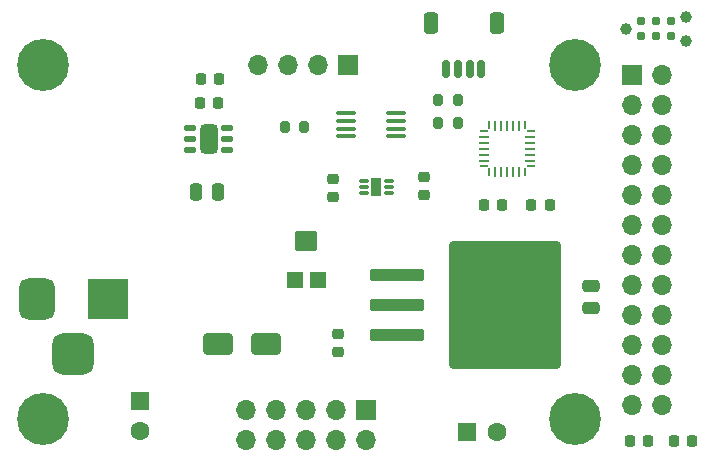
<source format=gbr>
%TF.GenerationSoftware,KiCad,Pcbnew,7.0.2-0*%
%TF.CreationDate,2024-01-05T15:47:56-05:00*%
%TF.ProjectId,WiringHarness,57697269-6e67-4486-9172-6e6573732e6b,rev?*%
%TF.SameCoordinates,Original*%
%TF.FileFunction,Soldermask,Top*%
%TF.FilePolarity,Negative*%
%FSLAX46Y46*%
G04 Gerber Fmt 4.6, Leading zero omitted, Abs format (unit mm)*
G04 Created by KiCad (PCBNEW 7.0.2-0) date 2024-01-05 15:47:56*
%MOMM*%
%LPD*%
G01*
G04 APERTURE LIST*
G04 Aperture macros list*
%AMRoundRect*
0 Rectangle with rounded corners*
0 $1 Rounding radius*
0 $2 $3 $4 $5 $6 $7 $8 $9 X,Y pos of 4 corners*
0 Add a 4 corners polygon primitive as box body*
4,1,4,$2,$3,$4,$5,$6,$7,$8,$9,$2,$3,0*
0 Add four circle primitives for the rounded corners*
1,1,$1+$1,$2,$3*
1,1,$1+$1,$4,$5*
1,1,$1+$1,$6,$7*
1,1,$1+$1,$8,$9*
0 Add four rect primitives between the rounded corners*
20,1,$1+$1,$2,$3,$4,$5,0*
20,1,$1+$1,$4,$5,$6,$7,0*
20,1,$1+$1,$6,$7,$8,$9,0*
20,1,$1+$1,$8,$9,$2,$3,0*%
%AMFreePoly0*
4,1,14,0.230680,0.111820,0.364320,-0.021821,0.377500,-0.053642,0.377500,-0.080000,0.364320,-0.111820,0.332500,-0.125000,-0.332500,-0.125000,-0.364320,-0.111820,-0.377500,-0.080000,-0.377500,0.080000,-0.364320,0.111820,-0.332500,0.125000,0.198860,0.125000,0.230680,0.111820,0.230680,0.111820,$1*%
%AMFreePoly1*
4,1,14,0.364320,0.111820,0.377500,0.080000,0.377501,0.053640,0.364318,0.021819,0.230680,-0.111820,0.198860,-0.125000,-0.332500,-0.125000,-0.364320,-0.111820,-0.377500,-0.080000,-0.377500,0.080000,-0.364320,0.111820,-0.332500,0.125000,0.332500,0.125000,0.364320,0.111820,0.364320,0.111820,$1*%
%AMFreePoly2*
4,1,15,0.053642,0.377500,0.080000,0.377500,0.111820,0.364320,0.125000,0.332500,0.125000,-0.332500,0.111820,-0.364320,0.080000,-0.377500,-0.080000,-0.377500,-0.111820,-0.364320,-0.125000,-0.332500,-0.125000,0.198860,-0.111820,0.230680,0.021820,0.364320,0.053640,0.377501,0.053642,0.377500,0.053642,0.377500,$1*%
%AMFreePoly3*
4,1,14,-0.021820,0.364320,0.111820,0.230679,0.125001,0.198860,0.125000,-0.332500,0.111820,-0.364320,0.080000,-0.377500,-0.080000,-0.377500,-0.111820,-0.364320,-0.125000,-0.332500,-0.125000,0.332500,-0.111820,0.364320,-0.080000,0.377500,-0.053640,0.377500,-0.021820,0.364320,-0.021820,0.364320,$1*%
%AMFreePoly4*
4,1,14,0.364320,0.111820,0.377500,0.080000,0.377500,-0.080000,0.364320,-0.111820,0.332500,-0.125000,-0.198860,-0.125001,-0.230680,-0.111818,-0.364320,0.021820,-0.377500,0.053640,-0.377500,0.080000,-0.364320,0.111820,-0.332500,0.125000,0.332500,0.125000,0.364320,0.111820,0.364320,0.111820,$1*%
%AMFreePoly5*
4,1,15,-0.198858,0.125000,0.332500,0.125000,0.364320,0.111820,0.377500,0.080000,0.377500,-0.080000,0.364320,-0.111820,0.332500,-0.125000,-0.332500,-0.125000,-0.364320,-0.111820,-0.377500,-0.080000,-0.377500,-0.053640,-0.364320,-0.021820,-0.230680,0.111820,-0.198860,0.125001,-0.198858,0.125000,-0.198858,0.125000,$1*%
%AMFreePoly6*
4,1,14,0.111820,0.364320,0.125000,0.332500,0.125001,-0.198860,0.111818,-0.230680,-0.021820,-0.364320,-0.053640,-0.377500,-0.080000,-0.377500,-0.111820,-0.364320,-0.125000,-0.332500,-0.125000,0.332500,-0.111820,0.364320,-0.080000,0.377500,0.080000,0.377500,0.111820,0.364320,0.111820,0.364320,$1*%
%AMFreePoly7*
4,1,14,0.111820,0.364320,0.125000,0.332500,0.125000,-0.332500,0.111820,-0.364320,0.080000,-0.377500,0.053640,-0.377501,0.021819,-0.364318,-0.111820,-0.230680,-0.125000,-0.198860,-0.125000,0.332500,-0.111820,0.364320,-0.080000,0.377500,0.080000,0.377500,0.111820,0.364320,0.111820,0.364320,$1*%
G04 Aperture macros list end*
%ADD10RoundRect,0.250000X0.475000X-0.250000X0.475000X0.250000X-0.475000X0.250000X-0.475000X-0.250000X0*%
%ADD11RoundRect,0.225000X0.225000X0.250000X-0.225000X0.250000X-0.225000X-0.250000X0.225000X-0.250000X0*%
%ADD12R,1.700000X1.700000*%
%ADD13O,1.700000X1.700000*%
%ADD14RoundRect,0.225000X-0.225000X-0.250000X0.225000X-0.250000X0.225000X0.250000X-0.225000X0.250000X0*%
%ADD15RoundRect,0.225000X-0.250000X0.225000X-0.250000X-0.225000X0.250000X-0.225000X0.250000X0.225000X0*%
%ADD16C,4.400000*%
%ADD17RoundRect,0.250000X-2.050000X-0.300000X2.050000X-0.300000X2.050000X0.300000X-2.050000X0.300000X0*%
%ADD18RoundRect,0.250002X-4.449998X-5.149998X4.449998X-5.149998X4.449998X5.149998X-4.449998X5.149998X0*%
%ADD19RoundRect,0.250000X-0.250000X-0.475000X0.250000X-0.475000X0.250000X0.475000X-0.250000X0.475000X0*%
%ADD20R,1.600000X1.600000*%
%ADD21C,1.600000*%
%ADD22RoundRect,0.075000X0.350000X0.075000X-0.350000X0.075000X-0.350000X-0.075000X0.350000X-0.075000X0*%
%ADD23RoundRect,0.225000X0.225000X0.575000X-0.225000X0.575000X-0.225000X-0.575000X0.225000X-0.575000X0*%
%ADD24RoundRect,0.250000X1.000000X0.650000X-1.000000X0.650000X-1.000000X-0.650000X1.000000X-0.650000X0*%
%ADD25C,0.990600*%
%ADD26C,0.787400*%
%ADD27RoundRect,0.150000X0.150000X0.625000X-0.150000X0.625000X-0.150000X-0.625000X0.150000X-0.625000X0*%
%ADD28RoundRect,0.250000X0.350000X0.650000X-0.350000X0.650000X-0.350000X-0.650000X0.350000X-0.650000X0*%
%ADD29RoundRect,0.218750X-0.218750X-0.256250X0.218750X-0.256250X0.218750X0.256250X-0.218750X0.256250X0*%
%ADD30RoundRect,0.100000X0.712500X0.100000X-0.712500X0.100000X-0.712500X-0.100000X0.712500X-0.100000X0*%
%ADD31R,3.500000X3.500000*%
%ADD32RoundRect,0.750000X-0.750000X-1.000000X0.750000X-1.000000X0.750000X1.000000X-0.750000X1.000000X0*%
%ADD33RoundRect,0.875000X-0.875000X-0.875000X0.875000X-0.875000X0.875000X0.875000X-0.875000X0.875000X0*%
%ADD34RoundRect,0.200000X-0.200000X-0.275000X0.200000X-0.275000X0.200000X0.275000X-0.200000X0.275000X0*%
%ADD35RoundRect,0.102000X0.600000X-0.600000X0.600000X0.600000X-0.600000X0.600000X-0.600000X-0.600000X0*%
%ADD36RoundRect,0.102000X-0.800000X-0.750000X0.800000X-0.750000X0.800000X0.750000X-0.800000X0.750000X0*%
%ADD37RoundRect,0.200000X0.200000X0.275000X-0.200000X0.275000X-0.200000X-0.275000X0.200000X-0.275000X0*%
%ADD38RoundRect,0.112500X0.387500X0.112500X-0.387500X0.112500X-0.387500X-0.112500X0.387500X-0.112500X0*%
%ADD39RoundRect,0.375000X0.375000X0.875000X-0.375000X0.875000X-0.375000X-0.875000X0.375000X-0.875000X0*%
%ADD40FreePoly0,90.000000*%
%ADD41RoundRect,0.062500X0.062500X-0.375000X0.062500X0.375000X-0.062500X0.375000X-0.062500X-0.375000X0*%
%ADD42FreePoly1,90.000000*%
%ADD43FreePoly2,90.000000*%
%ADD44RoundRect,0.062500X0.375000X-0.062500X0.375000X0.062500X-0.375000X0.062500X-0.375000X-0.062500X0*%
%ADD45FreePoly3,90.000000*%
%ADD46FreePoly4,90.000000*%
%ADD47FreePoly5,90.000000*%
%ADD48FreePoly6,90.000000*%
%ADD49FreePoly7,90.000000*%
G04 APERTURE END LIST*
D10*
%TO.C,C4*%
X178422000Y-101407000D03*
X178422000Y-99507000D03*
%TD*%
D11*
%TO.C,C15*%
X146888200Y-82016600D03*
X145338200Y-82016600D03*
%TD*%
D12*
%TO.C,J4*%
X159370000Y-110000000D03*
D13*
X159370000Y-112540000D03*
X156830000Y-110000000D03*
X156830000Y-112540000D03*
X154290000Y-110000000D03*
X154290000Y-112540000D03*
X151750000Y-110000000D03*
X151750000Y-112540000D03*
X149210000Y-110000000D03*
X149210000Y-112540000D03*
%TD*%
D14*
%TO.C,C5*%
X173355000Y-92659200D03*
X174905000Y-92659200D03*
%TD*%
%TO.C,C12*%
X169328800Y-92659200D03*
X170878800Y-92659200D03*
%TD*%
D15*
%TO.C,C13*%
X156950000Y-103575000D03*
X156950000Y-105125000D03*
%TD*%
D12*
%TO.C,J5*%
X157800000Y-80750000D03*
D13*
X155260000Y-80750000D03*
X152720000Y-80750000D03*
X150180000Y-80750000D03*
%TD*%
D16*
%TO.C,H2*%
X177000000Y-110750000D03*
%TD*%
D12*
%TO.C,J7*%
X181864000Y-81661000D03*
D13*
X184404000Y-81661000D03*
X181864000Y-84201000D03*
X184404000Y-84201000D03*
X181864000Y-86741000D03*
X184404000Y-86741000D03*
X181864000Y-89281000D03*
X184404000Y-89281000D03*
X181864000Y-91821000D03*
X184404000Y-91821000D03*
X181864000Y-94361000D03*
X184404000Y-94361000D03*
X181864000Y-96901000D03*
X184404000Y-96901000D03*
X181864000Y-99441000D03*
X184404000Y-99441000D03*
X181864000Y-101981000D03*
X184404000Y-101981000D03*
X181864000Y-104521000D03*
X184404000Y-104521000D03*
X181864000Y-107061000D03*
X184404000Y-107061000D03*
X181864000Y-109601000D03*
X184404000Y-109601000D03*
%TD*%
D16*
%TO.C,H5*%
X132000000Y-80750000D03*
%TD*%
D17*
%TO.C,U8*%
X161931000Y-98533000D03*
X161931000Y-101073000D03*
D18*
X171081000Y-101073000D03*
D17*
X161931000Y-103613000D03*
%TD*%
D16*
%TO.C,H3*%
X132000000Y-110750000D03*
%TD*%
D19*
%TO.C,C2*%
X144930000Y-91520000D03*
X146830000Y-91520000D03*
%TD*%
D20*
%TO.C,C3*%
X167934000Y-111836200D03*
D21*
X170434000Y-111836200D03*
%TD*%
D22*
%TO.C,U3*%
X161290000Y-91592400D03*
X161290000Y-91092400D03*
X161290000Y-90592400D03*
X159140000Y-90592400D03*
X159140000Y-91092400D03*
X159140000Y-91592400D03*
D23*
X160215000Y-91092400D03*
%TD*%
D24*
%TO.C,D1*%
X150844000Y-104394000D03*
X146844000Y-104394000D03*
%TD*%
D25*
%TO.C,J3*%
X181356000Y-77724000D03*
X186436000Y-76708000D03*
X186436000Y-78740000D03*
D26*
X182626000Y-78359000D03*
X182626000Y-77089000D03*
X183896000Y-78359000D03*
X183896000Y-77089000D03*
X185166000Y-78359000D03*
X185166000Y-77089000D03*
%TD*%
D27*
%TO.C,J6*%
X169116000Y-81153000D03*
X168116000Y-81153000D03*
X167116000Y-81153000D03*
X166116000Y-81153000D03*
D28*
X170416000Y-77278000D03*
X164816000Y-77278000D03*
%TD*%
D29*
%TO.C,FB1*%
X181686000Y-112649000D03*
X183261000Y-112649000D03*
%TD*%
D14*
%TO.C,C6*%
X185420000Y-112649000D03*
X186970000Y-112649000D03*
%TD*%
D15*
%TO.C,C11*%
X164250000Y-90250000D03*
X164250000Y-91800000D03*
%TD*%
D30*
%TO.C,U1*%
X161882800Y-86827000D03*
X161882800Y-86177000D03*
X161882800Y-85527000D03*
X161882800Y-84877000D03*
X157657800Y-84877000D03*
X157657800Y-85527000D03*
X157657800Y-86177000D03*
X157657800Y-86827000D03*
%TD*%
D31*
%TO.C,J1*%
X137512000Y-100592500D03*
D32*
X131512000Y-100592500D03*
D33*
X134512000Y-105292500D03*
%TD*%
D34*
%TO.C,R6*%
X152489400Y-86029800D03*
X154139400Y-86029800D03*
%TD*%
D35*
%TO.C,R7*%
X153305000Y-98980665D03*
D36*
X154305000Y-95730665D03*
D35*
X155305000Y-98980665D03*
%TD*%
D20*
%TO.C,C10*%
X140200000Y-109250000D03*
D21*
X140200000Y-111750000D03*
%TD*%
D11*
%TO.C,C14*%
X146850400Y-84048600D03*
X145300400Y-84048600D03*
%TD*%
D37*
%TO.C,R2*%
X167118800Y-85674200D03*
X165468800Y-85674200D03*
%TD*%
%TO.C,R1*%
X167131000Y-83769200D03*
X165481000Y-83769200D03*
%TD*%
D15*
%TO.C,C1*%
X156550000Y-90425000D03*
X156550000Y-91975000D03*
%TD*%
D16*
%TO.C,H1*%
X177000000Y-80750000D03*
%TD*%
D38*
%TO.C,U7*%
X147574000Y-88006000D03*
X147574000Y-87056000D03*
X147574000Y-86106000D03*
X144474000Y-86106000D03*
X144474000Y-87056000D03*
X144474000Y-88006000D03*
D39*
X146024000Y-87056000D03*
%TD*%
D40*
%TO.C,U6*%
X169797600Y-89881500D03*
D41*
X170297600Y-89821500D03*
X170797600Y-89821500D03*
X171297600Y-89821500D03*
X171797600Y-89821500D03*
X172297600Y-89821500D03*
D42*
X172797600Y-89881500D03*
D43*
X173295100Y-89384000D03*
D44*
X173235100Y-88884000D03*
X173235100Y-88384000D03*
X173235100Y-87884000D03*
X173235100Y-87384000D03*
X173235100Y-86884000D03*
D45*
X173295100Y-86384000D03*
D46*
X172797600Y-85886500D03*
D41*
X172297600Y-85946500D03*
X171797600Y-85946500D03*
X171297600Y-85946500D03*
X170797600Y-85946500D03*
X170297600Y-85946500D03*
D47*
X169797600Y-85886500D03*
D48*
X169300100Y-86384000D03*
D44*
X169360100Y-86884000D03*
X169360100Y-87384000D03*
X169360100Y-87884000D03*
X169360100Y-88384000D03*
X169360100Y-88884000D03*
D49*
X169300100Y-89384000D03*
%TD*%
M02*

</source>
